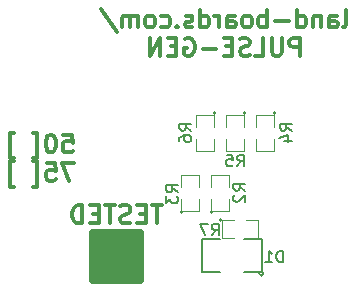
<source format=gbo>
G04 #@! TF.FileFunction,Legend,Bot*
%FSLAX46Y46*%
G04 Gerber Fmt 4.6, Leading zero omitted, Abs format (unit mm)*
G04 Created by KiCad (PCBNEW (after 2015-mar-04 BZR unknown)-product) date 2/18/2016 12:28:49 PM*
%MOMM*%
G01*
G04 APERTURE LIST*
%ADD10C,0.150000*%
%ADD11C,0.300000*%
%ADD12C,0.099060*%
%ADD13C,0.127000*%
%ADD14C,0.650000*%
%ADD15C,0.304800*%
G04 APERTURE END LIST*
D10*
D11*
X8928570Y-12878571D02*
X9642856Y-12878571D01*
X9714285Y-13592857D01*
X9642856Y-13521429D01*
X9499999Y-13450000D01*
X9142856Y-13450000D01*
X8999999Y-13521429D01*
X8928570Y-13592857D01*
X8857142Y-13735714D01*
X8857142Y-14092857D01*
X8928570Y-14235714D01*
X8999999Y-14307143D01*
X9142856Y-14378571D01*
X9499999Y-14378571D01*
X9642856Y-14307143D01*
X9714285Y-14235714D01*
X7928571Y-12878571D02*
X7785714Y-12878571D01*
X7642857Y-12950000D01*
X7571428Y-13021429D01*
X7499999Y-13164286D01*
X7428571Y-13450000D01*
X7428571Y-13807143D01*
X7499999Y-14092857D01*
X7571428Y-14235714D01*
X7642857Y-14307143D01*
X7785714Y-14378571D01*
X7928571Y-14378571D01*
X8071428Y-14307143D01*
X8142857Y-14235714D01*
X8214285Y-14092857D01*
X8285714Y-13807143D01*
X8285714Y-13450000D01*
X8214285Y-13164286D01*
X8142857Y-13021429D01*
X8071428Y-12950000D01*
X7928571Y-12878571D01*
X6357143Y-14878571D02*
X6714286Y-14878571D01*
X6714286Y-12735714D01*
X6357143Y-12735714D01*
X4785714Y-14878571D02*
X4428571Y-14878571D01*
X4428571Y-12735714D01*
X4785714Y-12735714D01*
X9785713Y-15278571D02*
X8785713Y-15278571D01*
X9428570Y-16778571D01*
X7499999Y-15278571D02*
X8214285Y-15278571D01*
X8285714Y-15992857D01*
X8214285Y-15921429D01*
X8071428Y-15850000D01*
X7714285Y-15850000D01*
X7571428Y-15921429D01*
X7499999Y-15992857D01*
X7428571Y-16135714D01*
X7428571Y-16492857D01*
X7499999Y-16635714D01*
X7571428Y-16707143D01*
X7714285Y-16778571D01*
X8071428Y-16778571D01*
X8214285Y-16707143D01*
X8285714Y-16635714D01*
X6357143Y-17278571D02*
X6714286Y-17278571D01*
X6714286Y-15135714D01*
X6357143Y-15135714D01*
X4785714Y-17278571D02*
X4428571Y-17278571D01*
X4428571Y-15135714D01*
X4785714Y-15135714D01*
X32641714Y-3796571D02*
X32784572Y-3725143D01*
X32856000Y-3582286D01*
X32856000Y-2296571D01*
X31427429Y-3796571D02*
X31427429Y-3010857D01*
X31498858Y-2868000D01*
X31641715Y-2796571D01*
X31927429Y-2796571D01*
X32070286Y-2868000D01*
X31427429Y-3725143D02*
X31570286Y-3796571D01*
X31927429Y-3796571D01*
X32070286Y-3725143D01*
X32141715Y-3582286D01*
X32141715Y-3439429D01*
X32070286Y-3296571D01*
X31927429Y-3225143D01*
X31570286Y-3225143D01*
X31427429Y-3153714D01*
X30713143Y-2796571D02*
X30713143Y-3796571D01*
X30713143Y-2939429D02*
X30641715Y-2868000D01*
X30498857Y-2796571D01*
X30284572Y-2796571D01*
X30141715Y-2868000D01*
X30070286Y-3010857D01*
X30070286Y-3796571D01*
X28713143Y-3796571D02*
X28713143Y-2296571D01*
X28713143Y-3725143D02*
X28856000Y-3796571D01*
X29141714Y-3796571D01*
X29284572Y-3725143D01*
X29356000Y-3653714D01*
X29427429Y-3510857D01*
X29427429Y-3082286D01*
X29356000Y-2939429D01*
X29284572Y-2868000D01*
X29141714Y-2796571D01*
X28856000Y-2796571D01*
X28713143Y-2868000D01*
X27998857Y-3225143D02*
X26856000Y-3225143D01*
X26141714Y-3796571D02*
X26141714Y-2296571D01*
X26141714Y-2868000D02*
X25998857Y-2796571D01*
X25713143Y-2796571D01*
X25570286Y-2868000D01*
X25498857Y-2939429D01*
X25427428Y-3082286D01*
X25427428Y-3510857D01*
X25498857Y-3653714D01*
X25570286Y-3725143D01*
X25713143Y-3796571D01*
X25998857Y-3796571D01*
X26141714Y-3725143D01*
X24570285Y-3796571D02*
X24713143Y-3725143D01*
X24784571Y-3653714D01*
X24856000Y-3510857D01*
X24856000Y-3082286D01*
X24784571Y-2939429D01*
X24713143Y-2868000D01*
X24570285Y-2796571D01*
X24356000Y-2796571D01*
X24213143Y-2868000D01*
X24141714Y-2939429D01*
X24070285Y-3082286D01*
X24070285Y-3510857D01*
X24141714Y-3653714D01*
X24213143Y-3725143D01*
X24356000Y-3796571D01*
X24570285Y-3796571D01*
X22784571Y-3796571D02*
X22784571Y-3010857D01*
X22856000Y-2868000D01*
X22998857Y-2796571D01*
X23284571Y-2796571D01*
X23427428Y-2868000D01*
X22784571Y-3725143D02*
X22927428Y-3796571D01*
X23284571Y-3796571D01*
X23427428Y-3725143D01*
X23498857Y-3582286D01*
X23498857Y-3439429D01*
X23427428Y-3296571D01*
X23284571Y-3225143D01*
X22927428Y-3225143D01*
X22784571Y-3153714D01*
X22070285Y-3796571D02*
X22070285Y-2796571D01*
X22070285Y-3082286D02*
X21998857Y-2939429D01*
X21927428Y-2868000D01*
X21784571Y-2796571D01*
X21641714Y-2796571D01*
X20498857Y-3796571D02*
X20498857Y-2296571D01*
X20498857Y-3725143D02*
X20641714Y-3796571D01*
X20927428Y-3796571D01*
X21070286Y-3725143D01*
X21141714Y-3653714D01*
X21213143Y-3510857D01*
X21213143Y-3082286D01*
X21141714Y-2939429D01*
X21070286Y-2868000D01*
X20927428Y-2796571D01*
X20641714Y-2796571D01*
X20498857Y-2868000D01*
X19856000Y-3725143D02*
X19713143Y-3796571D01*
X19427428Y-3796571D01*
X19284571Y-3725143D01*
X19213143Y-3582286D01*
X19213143Y-3510857D01*
X19284571Y-3368000D01*
X19427428Y-3296571D01*
X19641714Y-3296571D01*
X19784571Y-3225143D01*
X19856000Y-3082286D01*
X19856000Y-3010857D01*
X19784571Y-2868000D01*
X19641714Y-2796571D01*
X19427428Y-2796571D01*
X19284571Y-2868000D01*
X18570285Y-3653714D02*
X18498857Y-3725143D01*
X18570285Y-3796571D01*
X18641714Y-3725143D01*
X18570285Y-3653714D01*
X18570285Y-3796571D01*
X17213142Y-3725143D02*
X17355999Y-3796571D01*
X17641713Y-3796571D01*
X17784571Y-3725143D01*
X17855999Y-3653714D01*
X17927428Y-3510857D01*
X17927428Y-3082286D01*
X17855999Y-2939429D01*
X17784571Y-2868000D01*
X17641713Y-2796571D01*
X17355999Y-2796571D01*
X17213142Y-2868000D01*
X16355999Y-3796571D02*
X16498857Y-3725143D01*
X16570285Y-3653714D01*
X16641714Y-3510857D01*
X16641714Y-3082286D01*
X16570285Y-2939429D01*
X16498857Y-2868000D01*
X16355999Y-2796571D01*
X16141714Y-2796571D01*
X15998857Y-2868000D01*
X15927428Y-2939429D01*
X15855999Y-3082286D01*
X15855999Y-3510857D01*
X15927428Y-3653714D01*
X15998857Y-3725143D01*
X16141714Y-3796571D01*
X16355999Y-3796571D01*
X15213142Y-3796571D02*
X15213142Y-2796571D01*
X15213142Y-2939429D02*
X15141714Y-2868000D01*
X14998856Y-2796571D01*
X14784571Y-2796571D01*
X14641714Y-2868000D01*
X14570285Y-3010857D01*
X14570285Y-3796571D01*
X14570285Y-3010857D02*
X14498856Y-2868000D01*
X14355999Y-2796571D01*
X14141714Y-2796571D01*
X13998856Y-2868000D01*
X13927428Y-3010857D01*
X13927428Y-3796571D01*
X12141714Y-2225143D02*
X13427428Y-4153714D01*
X28927429Y-6196571D02*
X28927429Y-4696571D01*
X28356001Y-4696571D01*
X28213143Y-4768000D01*
X28141715Y-4839429D01*
X28070286Y-4982286D01*
X28070286Y-5196571D01*
X28141715Y-5339429D01*
X28213143Y-5410857D01*
X28356001Y-5482286D01*
X28927429Y-5482286D01*
X27427429Y-4696571D02*
X27427429Y-5910857D01*
X27356001Y-6053714D01*
X27284572Y-6125143D01*
X27141715Y-6196571D01*
X26856001Y-6196571D01*
X26713143Y-6125143D01*
X26641715Y-6053714D01*
X26570286Y-5910857D01*
X26570286Y-4696571D01*
X25141714Y-6196571D02*
X25856000Y-6196571D01*
X25856000Y-4696571D01*
X24713143Y-6125143D02*
X24498857Y-6196571D01*
X24141714Y-6196571D01*
X23998857Y-6125143D01*
X23927428Y-6053714D01*
X23856000Y-5910857D01*
X23856000Y-5768000D01*
X23927428Y-5625143D01*
X23998857Y-5553714D01*
X24141714Y-5482286D01*
X24427428Y-5410857D01*
X24570286Y-5339429D01*
X24641714Y-5268000D01*
X24713143Y-5125143D01*
X24713143Y-4982286D01*
X24641714Y-4839429D01*
X24570286Y-4768000D01*
X24427428Y-4696571D01*
X24070286Y-4696571D01*
X23856000Y-4768000D01*
X23213143Y-5410857D02*
X22713143Y-5410857D01*
X22498857Y-6196571D02*
X23213143Y-6196571D01*
X23213143Y-4696571D01*
X22498857Y-4696571D01*
X21856000Y-5625143D02*
X20713143Y-5625143D01*
X19213143Y-4768000D02*
X19356000Y-4696571D01*
X19570286Y-4696571D01*
X19784571Y-4768000D01*
X19927429Y-4910857D01*
X19998857Y-5053714D01*
X20070286Y-5339429D01*
X20070286Y-5553714D01*
X19998857Y-5839429D01*
X19927429Y-5982286D01*
X19784571Y-6125143D01*
X19570286Y-6196571D01*
X19427429Y-6196571D01*
X19213143Y-6125143D01*
X19141714Y-6053714D01*
X19141714Y-5553714D01*
X19427429Y-5553714D01*
X18498857Y-5410857D02*
X17998857Y-5410857D01*
X17784571Y-6196571D02*
X18498857Y-6196571D01*
X18498857Y-4696571D01*
X17784571Y-4696571D01*
X17141714Y-6196571D02*
X17141714Y-4696571D01*
X16284571Y-6196571D01*
X16284571Y-4696571D01*
D12*
X21590000Y-19431000D02*
G75*
G03X21590000Y-19431000I-127000J0D01*
G01*
X21463000Y-18288000D02*
X21463000Y-19304000D01*
X21463000Y-19304000D02*
X22987000Y-19304000D01*
X22987000Y-19304000D02*
X22987000Y-18288000D01*
X22987000Y-17272000D02*
X22987000Y-16256000D01*
X22987000Y-16256000D02*
X21463000Y-16256000D01*
X21463000Y-16256000D02*
X21463000Y-17272000D01*
X19050000Y-19431000D02*
G75*
G03X19050000Y-19431000I-127000J0D01*
G01*
X18923000Y-18288000D02*
X18923000Y-19304000D01*
X18923000Y-19304000D02*
X20447000Y-19304000D01*
X20447000Y-19304000D02*
X20447000Y-18288000D01*
X20447000Y-17272000D02*
X20447000Y-16256000D01*
X20447000Y-16256000D02*
X18923000Y-16256000D01*
X18923000Y-16256000D02*
X18923000Y-17272000D01*
X26924000Y-11049000D02*
G75*
G03X26924000Y-11049000I-127000J0D01*
G01*
X26797000Y-12192000D02*
X26797000Y-11176000D01*
X26797000Y-11176000D02*
X25273000Y-11176000D01*
X25273000Y-11176000D02*
X25273000Y-12192000D01*
X25273000Y-13208000D02*
X25273000Y-14224000D01*
X25273000Y-14224000D02*
X26797000Y-14224000D01*
X26797000Y-14224000D02*
X26797000Y-13208000D01*
X24384000Y-11049000D02*
G75*
G03X24384000Y-11049000I-127000J0D01*
G01*
X24257000Y-12192000D02*
X24257000Y-11176000D01*
X24257000Y-11176000D02*
X22733000Y-11176000D01*
X22733000Y-11176000D02*
X22733000Y-12192000D01*
X22733000Y-13208000D02*
X22733000Y-14224000D01*
X22733000Y-14224000D02*
X24257000Y-14224000D01*
X24257000Y-14224000D02*
X24257000Y-13208000D01*
X21844000Y-11049000D02*
G75*
G03X21844000Y-11049000I-127000J0D01*
G01*
X21717000Y-12192000D02*
X21717000Y-11176000D01*
X21717000Y-11176000D02*
X20193000Y-11176000D01*
X20193000Y-11176000D02*
X20193000Y-12192000D01*
X20193000Y-13208000D02*
X20193000Y-14224000D01*
X20193000Y-14224000D02*
X21717000Y-14224000D01*
X21717000Y-14224000D02*
X21717000Y-13208000D01*
D13*
X25833605Y-24638000D02*
G75*
G03X25833605Y-24638000I-179605J0D01*
G01*
X24257000Y-21717000D02*
X25781000Y-21717000D01*
X25781000Y-21717000D02*
X25781000Y-24511000D01*
X25781000Y-24511000D02*
X24257000Y-24511000D01*
X22225000Y-24511000D02*
X20701000Y-24511000D01*
X20701000Y-24511000D02*
X20701000Y-21717000D01*
X20701000Y-21717000D02*
X22225000Y-21717000D01*
D12*
X22352000Y-20066000D02*
G75*
G03X22352000Y-20066000I-127000J0D01*
G01*
X23368000Y-20066000D02*
X22352000Y-20066000D01*
X22352000Y-20066000D02*
X22352000Y-21590000D01*
X22352000Y-21590000D02*
X23368000Y-21590000D01*
X24384000Y-21590000D02*
X25400000Y-21590000D01*
X25400000Y-21590000D02*
X25400000Y-20066000D01*
X25400000Y-20066000D02*
X24384000Y-20066000D01*
D14*
X11400000Y-21200000D02*
X15400000Y-21200000D01*
X15400000Y-21200000D02*
X15400000Y-25200000D01*
X15400000Y-25200000D02*
X11400000Y-25200000D01*
X11400000Y-25200000D02*
X11400000Y-21200000D01*
X11400000Y-21200000D02*
X11400000Y-21700000D01*
X11400000Y-21700000D02*
X15400000Y-21700000D01*
X15400000Y-21700000D02*
X15400000Y-22200000D01*
X15400000Y-22200000D02*
X11400000Y-22200000D01*
X11400000Y-22200000D02*
X11400000Y-22700000D01*
X11400000Y-22700000D02*
X15400000Y-22700000D01*
X15400000Y-22700000D02*
X15400000Y-23200000D01*
X15400000Y-23200000D02*
X11400000Y-23200000D01*
X11400000Y-23200000D02*
X11400000Y-23700000D01*
X11400000Y-23700000D02*
X14900000Y-23700000D01*
X14900000Y-23700000D02*
X15400000Y-23700000D01*
X15400000Y-23700000D02*
X15400000Y-24200000D01*
X15400000Y-24200000D02*
X11400000Y-24200000D01*
X11400000Y-24200000D02*
X11400000Y-24700000D01*
X11400000Y-24700000D02*
X15400000Y-24700000D01*
D10*
X24328381Y-17613334D02*
X23852190Y-17280000D01*
X24328381Y-17041905D02*
X23328381Y-17041905D01*
X23328381Y-17422858D01*
X23376000Y-17518096D01*
X23423619Y-17565715D01*
X23518857Y-17613334D01*
X23661714Y-17613334D01*
X23756952Y-17565715D01*
X23804571Y-17518096D01*
X23852190Y-17422858D01*
X23852190Y-17041905D01*
X23423619Y-17994286D02*
X23376000Y-18041905D01*
X23328381Y-18137143D01*
X23328381Y-18375239D01*
X23376000Y-18470477D01*
X23423619Y-18518096D01*
X23518857Y-18565715D01*
X23614095Y-18565715D01*
X23756952Y-18518096D01*
X24328381Y-17946667D01*
X24328381Y-18565715D01*
X18613381Y-17740334D02*
X18137190Y-17407000D01*
X18613381Y-17168905D02*
X17613381Y-17168905D01*
X17613381Y-17549858D01*
X17661000Y-17645096D01*
X17708619Y-17692715D01*
X17803857Y-17740334D01*
X17946714Y-17740334D01*
X18041952Y-17692715D01*
X18089571Y-17645096D01*
X18137190Y-17549858D01*
X18137190Y-17168905D01*
X17613381Y-18073667D02*
X17613381Y-18692715D01*
X17994333Y-18359381D01*
X17994333Y-18502239D01*
X18041952Y-18597477D01*
X18089571Y-18645096D01*
X18184810Y-18692715D01*
X18422905Y-18692715D01*
X18518143Y-18645096D01*
X18565762Y-18597477D01*
X18613381Y-18502239D01*
X18613381Y-18216524D01*
X18565762Y-18121286D01*
X18518143Y-18073667D01*
X28265381Y-12533334D02*
X27789190Y-12200000D01*
X28265381Y-11961905D02*
X27265381Y-11961905D01*
X27265381Y-12342858D01*
X27313000Y-12438096D01*
X27360619Y-12485715D01*
X27455857Y-12533334D01*
X27598714Y-12533334D01*
X27693952Y-12485715D01*
X27741571Y-12438096D01*
X27789190Y-12342858D01*
X27789190Y-11961905D01*
X27598714Y-13390477D02*
X28265381Y-13390477D01*
X27217762Y-13152381D02*
X27932048Y-12914286D01*
X27932048Y-13533334D01*
X23661666Y-15565381D02*
X23995000Y-15089190D01*
X24233095Y-15565381D02*
X24233095Y-14565381D01*
X23852142Y-14565381D01*
X23756904Y-14613000D01*
X23709285Y-14660619D01*
X23661666Y-14755857D01*
X23661666Y-14898714D01*
X23709285Y-14993952D01*
X23756904Y-15041571D01*
X23852142Y-15089190D01*
X24233095Y-15089190D01*
X22756904Y-14565381D02*
X23233095Y-14565381D01*
X23280714Y-15041571D01*
X23233095Y-14993952D01*
X23137857Y-14946333D01*
X22899761Y-14946333D01*
X22804523Y-14993952D01*
X22756904Y-15041571D01*
X22709285Y-15136810D01*
X22709285Y-15374905D01*
X22756904Y-15470143D01*
X22804523Y-15517762D01*
X22899761Y-15565381D01*
X23137857Y-15565381D01*
X23233095Y-15517762D01*
X23280714Y-15470143D01*
X19756381Y-12533334D02*
X19280190Y-12200000D01*
X19756381Y-11961905D02*
X18756381Y-11961905D01*
X18756381Y-12342858D01*
X18804000Y-12438096D01*
X18851619Y-12485715D01*
X18946857Y-12533334D01*
X19089714Y-12533334D01*
X19184952Y-12485715D01*
X19232571Y-12438096D01*
X19280190Y-12342858D01*
X19280190Y-11961905D01*
X18756381Y-13390477D02*
X18756381Y-13200000D01*
X18804000Y-13104762D01*
X18851619Y-13057143D01*
X18994476Y-12961905D01*
X19184952Y-12914286D01*
X19565905Y-12914286D01*
X19661143Y-12961905D01*
X19708762Y-13009524D01*
X19756381Y-13104762D01*
X19756381Y-13295239D01*
X19708762Y-13390477D01*
X19661143Y-13438096D01*
X19565905Y-13485715D01*
X19327810Y-13485715D01*
X19232571Y-13438096D01*
X19184952Y-13390477D01*
X19137333Y-13295239D01*
X19137333Y-13104762D01*
X19184952Y-13009524D01*
X19232571Y-12961905D01*
X19327810Y-12914286D01*
X27535095Y-23693381D02*
X27535095Y-22693381D01*
X27297000Y-22693381D01*
X27154142Y-22741000D01*
X27058904Y-22836238D01*
X27011285Y-22931476D01*
X26963666Y-23121952D01*
X26963666Y-23264810D01*
X27011285Y-23455286D01*
X27058904Y-23550524D01*
X27154142Y-23645762D01*
X27297000Y-23693381D01*
X27535095Y-23693381D01*
X26011285Y-23693381D02*
X26582714Y-23693381D01*
X26297000Y-23693381D02*
X26297000Y-22693381D01*
X26392238Y-22836238D01*
X26487476Y-22931476D01*
X26582714Y-22979095D01*
X21502666Y-21407381D02*
X21836000Y-20931190D01*
X22074095Y-21407381D02*
X22074095Y-20407381D01*
X21693142Y-20407381D01*
X21597904Y-20455000D01*
X21550285Y-20502619D01*
X21502666Y-20597857D01*
X21502666Y-20740714D01*
X21550285Y-20835952D01*
X21597904Y-20883571D01*
X21693142Y-20931190D01*
X22074095Y-20931190D01*
X21169333Y-20407381D02*
X20502666Y-20407381D01*
X20931238Y-21407381D01*
D15*
X17282571Y-18865429D02*
X16411714Y-18865429D01*
X16847143Y-20389429D02*
X16847143Y-18865429D01*
X15903714Y-19591143D02*
X15395714Y-19591143D01*
X15178000Y-20389429D02*
X15903714Y-20389429D01*
X15903714Y-18865429D01*
X15178000Y-18865429D01*
X14597428Y-20316857D02*
X14379714Y-20389429D01*
X14016857Y-20389429D01*
X13871714Y-20316857D01*
X13799143Y-20244286D01*
X13726571Y-20099143D01*
X13726571Y-19954000D01*
X13799143Y-19808857D01*
X13871714Y-19736286D01*
X14016857Y-19663714D01*
X14307143Y-19591143D01*
X14452285Y-19518571D01*
X14524857Y-19446000D01*
X14597428Y-19300857D01*
X14597428Y-19155714D01*
X14524857Y-19010571D01*
X14452285Y-18938000D01*
X14307143Y-18865429D01*
X13944285Y-18865429D01*
X13726571Y-18938000D01*
X13291142Y-18865429D02*
X12420285Y-18865429D01*
X12855714Y-20389429D02*
X12855714Y-18865429D01*
X11912285Y-19591143D02*
X11404285Y-19591143D01*
X11186571Y-20389429D02*
X11912285Y-20389429D01*
X11912285Y-18865429D01*
X11186571Y-18865429D01*
X10533428Y-20389429D02*
X10533428Y-18865429D01*
X10170571Y-18865429D01*
X9952856Y-18938000D01*
X9807714Y-19083143D01*
X9735142Y-19228286D01*
X9662571Y-19518571D01*
X9662571Y-19736286D01*
X9735142Y-20026571D01*
X9807714Y-20171714D01*
X9952856Y-20316857D01*
X10170571Y-20389429D01*
X10533428Y-20389429D01*
M02*

</source>
